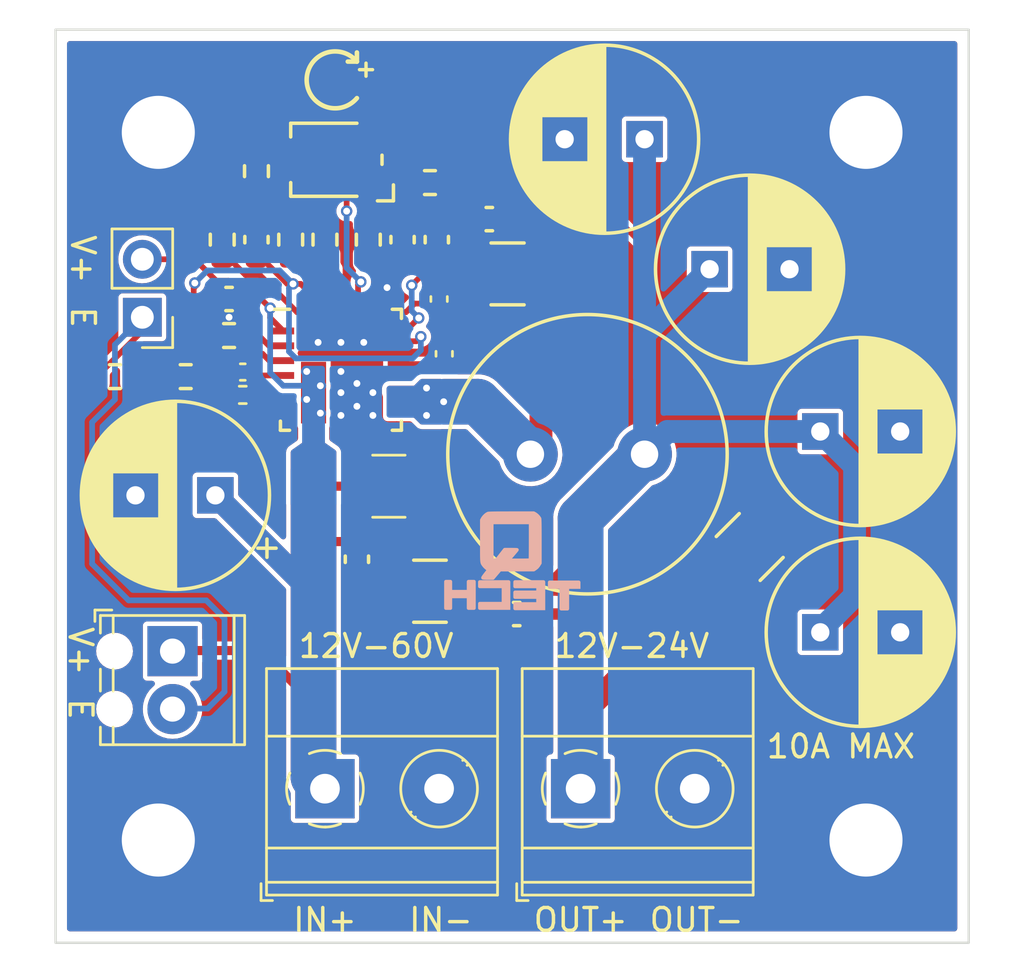
<source format=kicad_pcb>
(kicad_pcb (version 20211014) (generator pcbnew)

  (general
    (thickness 1.6)
  )

  (paper "A4")
  (layers
    (0 "F.Cu" signal)
    (31 "B.Cu" signal)
    (32 "B.Adhes" user "B.Adhesive")
    (33 "F.Adhes" user "F.Adhesive")
    (34 "B.Paste" user)
    (35 "F.Paste" user)
    (36 "B.SilkS" user "B.Silkscreen")
    (37 "F.SilkS" user "F.Silkscreen")
    (38 "B.Mask" user)
    (39 "F.Mask" user)
    (40 "Dwgs.User" user "User.Drawings")
    (41 "Cmts.User" user "User.Comments")
    (42 "Eco1.User" user "User.Eco1")
    (43 "Eco2.User" user "User.Eco2")
    (44 "Edge.Cuts" user)
    (45 "Margin" user)
    (46 "B.CrtYd" user "B.Courtyard")
    (47 "F.CrtYd" user "F.Courtyard")
    (48 "B.Fab" user)
    (49 "F.Fab" user)
    (50 "User.1" user)
    (51 "User.2" user)
    (52 "User.3" user)
    (53 "User.4" user)
    (54 "User.5" user)
    (55 "User.6" user)
    (56 "User.7" user)
    (57 "User.8" user)
    (58 "User.9" user)
  )

  (setup
    (stackup
      (layer "F.SilkS" (type "Top Silk Screen") (color "White"))
      (layer "F.Paste" (type "Top Solder Paste"))
      (layer "F.Mask" (type "Top Solder Mask") (color "Purple") (thickness 0.01))
      (layer "F.Cu" (type "copper") (thickness 0.035))
      (layer "dielectric 1" (type "core") (thickness 1.51) (material "FR4") (epsilon_r 4.5) (loss_tangent 0.02))
      (layer "B.Cu" (type "copper") (thickness 0.035))
      (layer "B.Mask" (type "Bottom Solder Mask") (color "Purple") (thickness 0.01))
      (layer "B.Paste" (type "Bottom Solder Paste"))
      (layer "B.SilkS" (type "Bottom Silk Screen") (color "White"))
      (copper_finish "None")
      (dielectric_constraints no)
    )
    (pad_to_mask_clearance 0)
    (pcbplotparams
      (layerselection 0x00010fc_ffffffff)
      (disableapertmacros false)
      (usegerberextensions false)
      (usegerberattributes true)
      (usegerberadvancedattributes true)
      (creategerberjobfile true)
      (svguseinch false)
      (svgprecision 6)
      (excludeedgelayer true)
      (plotframeref false)
      (viasonmask false)
      (mode 1)
      (useauxorigin false)
      (hpglpennumber 1)
      (hpglpenspeed 20)
      (hpglpendiameter 15.000000)
      (dxfpolygonmode true)
      (dxfimperialunits true)
      (dxfusepcbnewfont true)
      (psnegative false)
      (psa4output false)
      (plotreference true)
      (plotvalue true)
      (plotinvisibletext false)
      (sketchpadsonfab false)
      (subtractmaskfromsilk false)
      (outputformat 1)
      (mirror false)
      (drillshape 1)
      (scaleselection 1)
      (outputdirectory "")
    )
  )

  (net 0 "")
  (net 1 "Net-(C1-Pad2)")
  (net 2 "VCC")
  (net 3 "GND")
  (net 4 "/VOUT/VSNS")
  (net 5 "/VOUT/VOUT+")
  (net 6 "unconnected-(U1-Pad15)")
  (net 7 "Net-(R1-Pad1)")
  (net 8 "/VOUT/SW")
  (net 9 "Net-(R4-Pad2)")
  (net 10 "Net-(R5-Pad2)")
  (net 11 "Net-(R6-Pad2)")
  (net 12 "/VOUT/VFB")
  (net 13 "Net-(R3-Pad2)")
  (net 14 "Net-(C2-Pad2)")
  (net 15 "Net-(C3-Pad2)")
  (net 16 "Net-(C4-Pad1)")
  (net 17 "Net-(C4-Pad2)")
  (net 18 "Net-(C5-Pad1)")
  (net 19 "Net-(C10-Pad2)")
  (net 20 "Net-(R2-Pad2)")
  (net 21 "Net-(R7-Pad1)")
  (net 22 "Net-(R8-Pad1)")
  (net 23 "Net-(R10-Pad2)")

  (footprint "MountingHole:MountingHole_3.2mm_M3_Pad" (layer "F.Cu") (at 35.5 35.5))

  (footprint "Resistor_SMD:R_0603_1608Metric" (layer "F.Cu") (at 11.8 9.2 -90))

  (footprint "Resistor_SMD:R_0603_1608Metric" (layer "F.Cu") (at 10.3 9.2 -90))

  (footprint "Capacitor_SMD:C_1210_3225Metric" (layer "F.Cu") (at 14.6 20))

  (footprint "Resistor_SMD:R_0603_1608Metric" (layer "F.Cu") (at 2.6 15.2 180))

  (footprint "TerminalBlock_Phoenix:TerminalBlock_Phoenix_MKDS-1,5-2_1x02_P5.00mm_Horizontal" (layer "F.Cu") (at 23 33.25))

  (footprint "SiC46x:Vishay_PowerPAK_MLP55-27L_R" (layer "F.Cu") (at 12.5 14.9))

  (footprint "TerminalBlock_Phoenix:TerminalBlock_Phoenix_MKDS-1,5-2_1x02_P5.00mm_Horizontal" (layer "F.Cu") (at 11.8 33.25))

  (footprint "Resistor_SMD:R_0603_1608Metric" (layer "F.Cu") (at 16.4 6.7))

  (footprint "MountingHole:MountingHole_3.2mm_M3_Pad" (layer "F.Cu") (at 4.5 35.5))

  (footprint "Capacitor_THT:CP_Radial_D8.0mm_P3.50mm" (layer "F.Cu") (at 33.497656 26.4))

  (footprint "Capacitor_SMD:C_0603_1608Metric" (layer "F.Cu") (at 7.6 11.8 180))

  (footprint "Inductor_THT:L_Radial_D12.0mm_P5.00mm_Neosid_SD12_style2" (layer "F.Cu") (at 20.8 18.6))

  (footprint "Capacitor_SMD:C_0402_1005Metric" (layer "F.Cu") (at 8.2 15 180))

  (footprint "Capacitor_THT:CP_Radial_D8.0mm_P3.50mm" (layer "F.Cu") (at 28.65 10.494401))

  (footprint "Resistor_SMD:R_0603_1608Metric" (layer "F.Cu") (at 13.7 9.2 90))

  (footprint "Capacitor_SMD:C_0603_1608Metric" (layer "F.Cu") (at 13.2 23.2 -90))

  (footprint "Capacitor_THT:CP_Radial_D8.0mm_P3.50mm" (layer "F.Cu") (at 25.8 4.8 180))

  (footprint "Resistor_SMD:R_0603_1608Metric" (layer "F.Cu") (at 5.7 15.2))

  (footprint "Resistor_SMD:R_0603_1608Metric" (layer "F.Cu") (at 7.3 9.2 -90))

  (footprint "Resistor_SMD:R_0603_1608Metric" (layer "F.Cu") (at 7.6 13.4))

  (footprint "TerminalBlock_Phoenix:TerminalBlock_Phoenix_MPT-0,5-2-2.54_1x02_P2.54mm_Horizontal" (layer "F.Cu") (at 5.122863 27.224182 -90))

  (footprint "MountingHole:MountingHole_3.2mm_M3_Pad" (layer "F.Cu") (at 35.5 4.5))

  (footprint "Connector_PinHeader_2.54mm:PinHeader_1x02_P2.54mm_Vertical" (layer "F.Cu") (at 3.8 12.6 180))

  (footprint "Resistor_SMD:R_1210_3225Metric" (layer "F.Cu") (at 19.8 10.7 180))

  (footprint "Capacitor_SMD:C_0402_1005Metric" (layer "F.Cu") (at 16.8 11.8 90))

  (footprint "Capacitor_SMD:C_1210_3225Metric" (layer "F.Cu") (at 30.406942 22.662502 45))

  (footprint "Capacitor_THT:CP_Radial_D8.0mm_P3.50mm" (layer "F.Cu") (at 33.497656 17.603823))

  (footprint "Resistor_SMD:R_0402_1005Metric" (layer "F.Cu") (at 8.2 16 180))

  (footprint "MountingHole:MountingHole_3.2mm_M3_Pad" (layer "F.Cu") (at 4.5 4.5))

  (footprint "Capacitor_SMD:C_0603_1608Metric" (layer "F.Cu") (at 20.2 25.6 180))

  (footprint "Capacitor_SMD:C_0603_1608Metric" (layer "F.Cu") (at 8.8 9.2 -90))

  (footprint "Capacitor_THT:CP_Radial_D8.0mm_P3.50mm" (layer "F.Cu")
    (tedit 5AE50EF0) (tstamp dd627b3a-68f4-449a-9406-7b0726586f19)
    (at 7 20.4 180)
    (descr "CP, Radial series, Radial, pin pitch=3.50mm, , diameter=8mm, Electrolytic Capacitor")
    (tags "CP Radial series Radial pin pitch 3.50mm  diameter 8mm Electrolytic Capacitor")
    (property "Sheetfile" "VIN.kicad_sch")
    (property "Sheetname" "VIN")
    (path "/787c8bbb-82f8-4e63-a469-4fa950a0018e/4d5cd20f-d277-40f0-8830-a2ea32ef2941")
    (attr through_hole)
    (fp_text reference "C6" (at -3.5 -0.2 90 unlocked) (layer "F.SilkS") hide
      (effects (font (size 1 1) (thickness 0.15)))
      (tstamp 29255feb-546a-4d5f-a650-965f39571e3e)
    )
    (fp_text value "27uF 75V" (at 1.75 5.25) (layer "F.Fab")
      (effects (font (size 1 1) (thickness 0.15)))
      (tstamp b70a302e-4764-4c53-92cc-3a08077370cc)
    )
    (fp_text user "${REFERENCE}" (at 1.75 0) (layer "F.Fab")
      (effects (font (size 1 1) (thickness 0.15)))
      (tstamp b9bdea15-dc8b-4eec-9e09-452872121ec4)
    )
    (fp_line (start 4.511 -3.019) (end 4.511 -1.04) (layer "F.SilkS") (width 0.153) (tstamp 001bee80-e76d-4221-b237-c8af1b594c54))
    (fp_line (start 2.671 1.04) (end 2.671 3.976) (layer "F.SilkS") (width 0.153) (tstamp 00a15cea-3226-4b61-8347-e67c820f32e7))
    (fp_line (start 5.551 -1.552) (end 5.551 1.552) (layer "F.SilkS") (width 0.153) (tstamp 075b3990-76a1-42d8-90bc-3e111e253f9b))
    (fp_line (start 2.631 -3.985) (end 2.631 -1.04) (layer "F.SilkS") (width 0.153) (tstamp 08da4983-8bdc-4e7d-a14e-a73621b41b54))
    (fp_line (start 3.511 1.04) (end 3.511 3.686) (layer "F.SilkS") (width 0.153) (tstamp 096217ce-d400-4b97-a72b-6847ebf0e8c7))
    (fp_line (start 3.751 1.04) (end 3.751 3.562) (layer "F.SilkS") (width 0.153) (tstamp 09c9252f-8bf3-4139-b351-3243cb7f7547))
    (fp_line (start 1.87 -4.079) (end 1.87 4.079) (layer "F.SilkS") (width 0.153) (tstamp 0b812470-7680-4ea9-9ba7-d344918b9950))
    (fp_line (start 3.111 -3.85) (end 3.111 -1.04) (layer "F.SilkS") (width 0.153) (tstamp 0bcd9473-b40a-46d5-ae98-02067ad26f10))
    (fp_line (start 4.471 1.04) (end 4.471 3.055) (layer "F.SilkS") (width 0.153) (tstamp 0be26d1a-cb01-4f20-8ba5-3598013abb74))
    (fp_line (start 4.431 -3.09) (end 4.431 -1.04) (layer "F.SilkS") (width 0.153) (tstamp 0e53899a-d379-480d-8a90-0493c5432080))
    (fp_line (start 4.911 -2.604) (end 4.911 2.604) (layer "F.SilkS") (width 0.153) (tstamp 0ec1e0e6-6e0a-4be3-a2a9-f55bf59aee28))
    (fp_line (start 3.991 -3.418) (end 3.991 -1.04) (layer "F.SilkS") (width 0.153) (tstamp 1028cf3a-fa28-4be3-a82d-b24f95de7def))
    (fp_line (start 2.31 -4.042) (end 2.31 4.042) (layer "F.SilkS") (width 0.153) (tstamp 113b592f-84df-4220-b9cb-872c83ba70d5))
    (fp_line (start 5.671 -1.229) (end 5.671 1.229) (layer "F.SilkS") (width 0.153) (tstamp 13207724-ce9a-4eb7-81cb-1b792ab7a65f))
    (fp_line (start 5.831 -0.533) (end 5.831 0.533) (layer "F.SilkS") (width 0.153) (tstamp 19368c2a-2314-458d-9418-fe98dd13e4b1))
    (fp_line (start 2.551 -4.002) (end 2.551 -1.04) (layer "F.SilkS") (width 0.153) (tstamp 1aea8315-b040-4a53-b914-4f8e34558ef2))
    (fp_line (start 1.91 -4.077) (end 1.91 4.077) (layer "F.SilkS") (width 0.153) (tstamp 1c0c0da5-3b2f-44a1-b58a-11e38d16b5a7))
    (fp_line (start 2.03 -4.071) (end 2.03 4.071) (layer "F.SilkS") (width 0.153) (tstamp 1c0e8a88-0fef-47ad-8c14-ce8ccd2fca48))
    (fp_line (start -2.259698 -2.715) (end -2.259698 -1.915) (layer "F.SilkS") (width 0.153) (tstamp 1c877d7d-c52c-4b78-af6e-ccd54dfaac5b))
    (fp_line (start 3.711 -3.584) (end 3.711 -1.04) (layer "F.SilkS") (width 0.153) (tstamp 1cfa88cf-0f0b-4270-a6b3-fb04f047c5f5))
    (fp_line (start 3.591 1.04) (end 3.591 3.647) (layer "F.SilkS") (width 0.153) (tstamp 1e1e97a6-a4b2-4d0c-a9e6-e5a986115786))
    (fp_line (start 2.35 -4.037) (end 2.35 4.037) (layer "F.SilkS") (width 0.153) (tstamp 220314d0-1b97-4466-a171-7cc77bed5776))
    (fp_line (start 4.151 -3.309) (end 4.151 -1.04) (layer "F.SilkS") (width 0.153) (tstamp 2362e161-982f-4fa9-ae3b-22b8a687c859))
    (fp_line (start 3.391 -3.74) (end 3.391 -1.04) (layer "F.SilkS") (width 0.153) (tstamp 241d2c11-9f14-4593-9e1a-014b4717eba2))
    (fp_line (start 3.831 -3.517) (end 3.831 -1.04) (layer "F.SilkS") (width 0.153) (tstamp 247aa347-d703-4e16-afd8-1f9722587ddf))
    (fp_line (start 2.591 -3.994) (end 2.591 -1.04) (layer "F.SilkS") (width 0.153) (tstamp 2627cba9-01db-472f-a4b1-fc9cc1b235d3))
    (fp_line (start 3.991 1.04) (end 3.991 3.418) (layer "F.SilkS") (width 0.153) (tstamp 29a4588f-6336-4c8b-89f9-d3149c7f7ade))
    (fp_line (start 4.671 -2.867) (end 4.671 2.867) (layer "F.SilkS") (width 0.153) (tstamp 2bbb9a98-95f2-4141-ab6b-66b74a787dd4))
    (fp_line (start 3.831 1.04) (end 3.831 3.517) (layer "F.SilkS") (width 0.153) (tstamp 2e080f77-6f1e-415a-acf2-097169d49730))
    (fp_line (start 4.591 -2.945) (end 4.591 2.945) (layer "F.SilkS") (width 0.153) (tstamp 2e626a36-cdc7-4e67-b587-70cbacbc6bdf))
    (fp_line (start 3.871 -3.493) (end 3.871 -1.04) (layer "F.SilkS") (width 0.153) (tstamp 2f4cc109-3a21-495e-af0b-cb851f238607))
    (fp_line (start 3.671 -3.606) (end 3.671 -1.04) (layer "F.SilkS") (width 0.153) (tstamp 3556b975-3cdd-48e7-9660-dcaa2d9b31fb))
    (fp_line (start 3.631 1.04) (end 3.631 3.627) (layer "F.SilkS") (width 0.153) (tstamp 37528016-d4c9-4f6a-ae6b-edcb7e885acd))
    (fp_line (start 4.631 -2.907) (end 4.631 2.907) (layer "F.SilkS") (width 0.153) (tstamp 375b9875-633b-4ad6-aca3-aa30676790fb))
    (fp_line (start 3.511 -3.686) (end 3.511 -1.04) (layer "F.SilkS") (width 0.153) (tstamp 3abf2670-c093-46c2-8e9e-cb42c8fc47f1))
    (fp_line (start 3.271 1.04) (end 3.271 3.79) (layer "F.SilkS") (width 0.153) (tstamp 3b22a66b-ae35-4961-a7c4-657c87cf16d2))
    (fp_line (start 4.071 -3.365) (end 4.071 -1.04) (layer "F.SilkS") (width 0.153) (tstamp 3b9dce0f-8a13-4c74-a888-2f7d727f5117))
    (fp_line (start 3.871 1.04) (end 3.871 3.493) (layer "F.SilkS") (width 0.153) (tstamp 3bee962c-fd21-4188-8673-d8948ec2509a))
    (fp_line (start 3.791 1.04) (end 3.791 3.54) (layer "F.SilkS") (width 0.153) (tstamp 3cc2d259-4d62-4ea5-9a52-4c1c58e838a4))
    (fp_line (start 2.43 -4.024) (end 2.43 4.024) (layer "F.SilkS") (width 0.153) (tstamp 4238e22f-f42e-47df-9468-87cd60176ba1))
    (fp_line (start 3.471 1.04) (end 3.471 3.704) (layer "F.SilkS") (width 0.153) (tstamp 4347d73f-e066-41c3-9bbf-37160a2516e6))
    (fp_line (start 4.031 -3.392) (end 4.031 -1.04) (layer "F.SilkS") (width 0.153) (tstamp 44c2485d-f07e-4082-9359-ca71a5ef12fc))
    (fp_line (start 4.391 -3.124) (end 4.391 -1.04) (layer "F.SilkS") (width 0.153) (tstamp 462cbbc6-e055-4a97-9dc5-95ebae4e9bce))
    (fp_line (start 1.95 -4.076) (end 1.95 4.076) (layer "F.SilkS") (width 0.153) (tstamp 46b6ba92-692b-4e62-bbf3-a46ba3426894))
    (fp_line (start 4.951 -2.556) (end 4.951 2.556) (layer "F.SilkS") (width 0.153) (tstamp 497e6aae-865b-498c-8115-d788eee987e0))
    (fp_line (start 3.791 -3.54) (end 3.791 -1.04) (layer "F.SilkS") (width 0.153) (tstamp 4a27e1b8-84ce-431a-9f31-24cd4da497d4))
    (fp_line (start 4.991 -2.505) (end 4.991 2.505) (layer "F.SilkS") (width 0.153) (tstamp 4d364b91-f361-4098-bff6-6f72dad45ef1))
    (fp_line (start 3.351 -3.757) (end 3.351 -1.04) (layer "F.SilkS") (width 0.153) (tstamp 54ab80eb-2d8f-4281-833e-bfcaf4f88834))
    (fp_line (start 2.551 1.04) (end 2.551 4.002) (layer "F.SilkS") (width 0.153) (tstamp 54d15ae3-8f71-4cdc-aa46-e48f48167115))
    (fp_line (start 2.591 1.04) (end 2.591 3.994) (layer "F.SilkS") (width 0.153) (tstamp 55548726-025e-4a71-9681-9f1b481a86fa))
    (fp_line (start 5.151 -2.287) (end 5.151 2.287) (layer "F.SilkS") (width 0.153) (tstamp 563fb908-784f-4130-bab3-15da37cc4d84))
    (fp_line (start 5.711 -1.098) (end 5.711 1.098) (layer "F.SilkS") (width 0.153) (tstamp 56ab468a-609e-407c-9068-10f5e6ed28c2))
    (fp_line (start 4.751 -2.784) (end 4.751 2.784) (layer "F.SilkS") (width 0.153) (tstamp 5bab88e7-81a9-4c3d-9293-d778b2c3b24e))
    (fp_line (start 2.951 -3.902) (end 2.951 -1.04) (layer "F.SilkS") (width 0.153) (tstamp 5ca00ef5-b260-4e08-9092-5ca614b88460))
    (fp_line (start 4.151 1.04) (end 4.151 3.309) (layer "F.SilkS") (width 0.153) (tstamp 5cc520ea-5916-4f98-bc44-63692d305bed))
    (fp_line (start 3.911 1.04) (end 3.911 3.469) (layer "F.SilkS") (width 0.153) (tstamp 5ce1423d-394b-4501-9deb-b4cbbd43ea84))
    (fp_line (start 4.031 1.04) (end 4.031 3.392) (layer "F.SilkS") (width 0.153) (tstamp 5dec9732-207e-402f-97d4-353b10620f9b))
    (fp_line (start 5.791 -0.768) (end 5.791 0.768) (layer "F.SilkS") (width 0.153) (tstamp 5ec21a6e-005a-4977-a4d3-150b4a88b0ac))
    (fp_line (start 4.271 1.04) (end 4.271 3.22) (layer "F.SilkS") (width 0.153) (tstamp 5f0c5bba-9710-4a26-a88b-34f68087e47c))
    (fp_line (start 3.551 1.04) (end 3.551 3.666) (layer "F.SilkS") (width 0.153) (tstamp 5fcf274c-6563-4a3b-94f8-7ab7509b9b89))
    (fp_line (start 5.311 -2.034) (end 5.311 2.034) (layer "F.SilkS") (width 0.153) (tstamp 62669983-7a92-4854-8298-e7b5b8366436))
    (fp_line (start 5.751 -0.948) (end 5.751 0.948) (layer "F.SilkS") (width 0.153) (tstamp 637fa9f0-0d02-4c3c-b350-a509be70ac32))
    (fp_line (start 5.071 -2.4) (end 5.071 2.4) (layer "F.SilkS") (width 0.153) (tstamp 65f45bed-1c77-40a6-96db-bf184876633c))
    (fp_line (start 2.951 1.04) (end 2.951 3.902) (layer "F.SilkS") (width 0.153) (tstamp 68e234ec-6c37-4742-b6e3-0020fb83d0aa))
    (fp_line (start 3.111 1.04) (end 3.111 3.85) (layer "F.SilkS") (width 0.153) (tstamp 6ad56825-55a3-432d-ac7e-87a440c4b46a))
    (fp_line (start 3.231 1.04) (end 3.231 3.805) (layer "F.SilkS") (width 0.153) (tstamp 6b0cd3cf-f318-4f38-952f-6bab20f2808a))
    (fp_line (start 4.351 -3.156) (end 4.351 -1.04) (layer "F.SilkS") (width 0.153) (tstamp 6bd1c72b-c870-422b-a7ea-d124fef240ef))
    (fp_line (start 2.471 1.04) (end 2.471 4.017) (layer "F.SilkS") (width 0.153) (tstamp 6c92560f-ca2d-4079-8250-5868393e66de))
    (fp_line (start 4.231 -3.25) (end 4.231 -1.04) (layer "F.SilkS") (width 0.153) (tstamp 709ab379-05aa-4d2b-a5cd-d23a8e0d5384))
    (fp_line (start 2.39 -4.03) (end 2.39 4.03) (layer "F.SilkS") (width 0.153) (tstamp 745d76b4-b61e-441c-be9c-52d50b40303d))
    (fp_line (start 2.27 -4.048) (end 2.27 4.048) (layer "F.SilkS") (width 0.153) (tstamp 7721ca01-7753-4dad-bccc-b852be20823c))
    (fp_line (start 4.311 1.04) (end 4.311 3.189) (layer "F.SilkS") (width 0.153) (tstamp 773cdc3b-ae58-4771-9e9d-f3fa4960d2e9))
    (fp_line (start 5.431 -1.813) (end 5.431 1.813) (layer "F.SilkS") (width 0.153) (tstamp 77f6e18c-188e-4aa0-a4ae-4c4d1b76388d))
    (fp_line (start 3.231 -3.805) (end 3.231 -1.04) (layer "F.SilkS") (width 0.153) (tstamp 79fd98f2-b30b-47d6-8395-0e5cc2292099))
    (fp_line (start 2.751 1.04) (end 2.751 3.957) (layer "F.SilkS") (width 0.153) (tstamp 7abd9797-52d9-43cc-9a0e-fd64b3e48b71))
    (fp_line (start 3.351 1.04) (end 3.351 3.757) (layer "F.SilkS") (width 0.153) (tstamp 7c1d0643-1a19-4172-95a6-ab55e0bd6f1a))
    (fp_line (start 2.911 1.04) (end 2.911 3.914) (layer "F.SilkS") (width 0.153) (tstamp 7f07f799-8798-4317-a387-34fb32e6088f))
    (fp_line (start 4.471 -3.055) (end 4.471 -1.04) (layer "F.SilkS") (width 0.153) (tstamp 7f81b7b2-e090-4037-a816-34bfbf6a405f))
    (fp_line (start 3.191 1.04) (end 3.191 3.821) (layer "F.SilkS") (width 0.153) (tstamp 80a6b29f-ef2c-461f-85dc-dc9ae3c52261))
    (fp_line (start 2.711 -3.967) (end 2.711 -1.04) (layer "F.SilkS") (width 0.153) (tstamp 80e94c71-b8b4-40f5-88a5-2e68a1c578c1))
    (fp_line (start 4.431 1.04) (end 4.431 3.09) (layer "F.SilkS") (width 0.153) (tstamp 81f0841a-52ec-4ebe-b02b-4f5f89356ff7))
    (fp_line (start 3.431 1.04) (end 3.431 3.722) (layer "F.SilkS") (width 0.153) (tstamp 824a8281-7309-41b5-bcb3-79d85e570c7c))
    (fp_line (start 2.751 -3.957) (end 2.751 -1.04) (layer "F.SilkS") (width 0.153) (tstamp 82d7314e-21a3-4fca-96dc-e828d131176b))
    (fp_line (start 4.831 -2.697) (end 4.831 2.697) (layer "F.SilkS") (width 0.153) (tstamp 837eadfe-5190-4bcf-b88b-a0a02adad475))
    (fp_line (start 5.111 -2.345) (end 5.111 2.345) (layer "F.SilkS") (width 0.153) (tstamp 8b63ab7f-bdde-450b-a797-89aa4e9a2dff))
    (fp_line (start 5.511 -1.645) (end 5.511 1.645) (layer "F.SilkS") (width 0.153) (tstamp 8bd3e879-dab2-490a-b597-ca5470ad7e8b))
    (fp_line (start 5.391 -1.89) (end 5.391 1.89) (layer "F.SilkS") (width 0.153) (tstamp 8c6ecb4d-feab-4a0a-a5ce-839fa2e32a1d))
    (fp_line (start 5.631 -1.346) (end 5.631 1.346) (layer "F.SilkS") (width 0.153) (tstamp 8d245db9-d2bf-4ff3-bf12-d430948afb34))
    (fp_line (start 3.271 -3.79) (end 3.271 -1.04) (layer "F.SilkS") (width 0.153) (tstamp 8e065284-371a-46ae-b354-447b19f9ddfd))
    (fp_line (start 2.631 1.04) (end 2.631 3.985) (layer "F.SilkS") (width 0.153) (tstamp 8e1ba1c8-52d9-4c8c-9874-dfc6fb25764e))
    (fp_line (start 3.311 -3.774) (end 3.311 -1.04) (layer "F.SilkS") (width 0.153) (tstamp 8e8d505a-3c1d-40b3-a75d-0bbd29638cc7))
    (fp_line (start 3.151 1.04) (end 3.151 3.835) (layer "F.SilkS") (width 0.153) (tstamp 8ef930d7-384c-4582-810c-81124cd5d08d))
    (fp_line (start 2.831 1.04) (end 2.831 3.936) (layer "F.SilkS") (width 0.153) (tstamp 91470140-12ad-4717-8d95-eb4fa3075653))
    (
... [232106 chars truncated]
</source>
